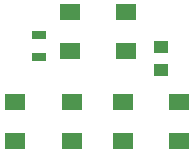
<source format=gbr>
G04 #@! TF.FileFunction,Paste,Top*
%FSLAX46Y46*%
G04 Gerber Fmt 4.6, Leading zero omitted, Abs format (unit mm)*
G04 Created by KiCad (PCBNEW 4.0.7) date 05/29/18 15:24:09*
%MOMM*%
%LPD*%
G01*
G04 APERTURE LIST*
%ADD10C,0.100000*%
%ADD11R,1.794000X1.394000*%
%ADD12R,1.294000X0.694000*%
%ADD13R,1.244000X0.994000*%
G04 APERTURE END LIST*
D10*
D11*
X157650000Y-85900000D03*
X157650000Y-89200000D03*
X162450000Y-89200000D03*
X162450000Y-85900000D03*
X162141200Y-93549200D03*
X162141200Y-96849200D03*
X166941200Y-96849200D03*
X166941200Y-93549200D03*
X153048000Y-93549200D03*
X153048000Y-96849200D03*
X157848000Y-96849200D03*
X157848000Y-93549200D03*
D12*
X155100000Y-87850000D03*
X155100000Y-89750000D03*
D13*
X165430000Y-90840000D03*
X165430000Y-88840000D03*
M02*

</source>
